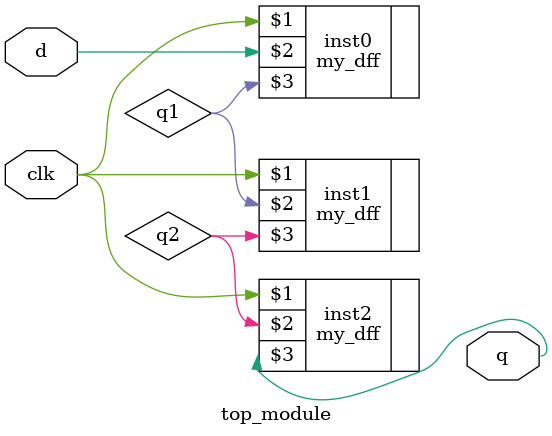
<source format=v>
module top_module ( input clk, input d, output q );
    wire q1,q2;
    my_dff inst0( clk, d, q1 );
    my_dff inst1( clk, q1, q2 );
    my_dff inst2( clk, q2, q );
endmodule

</source>
